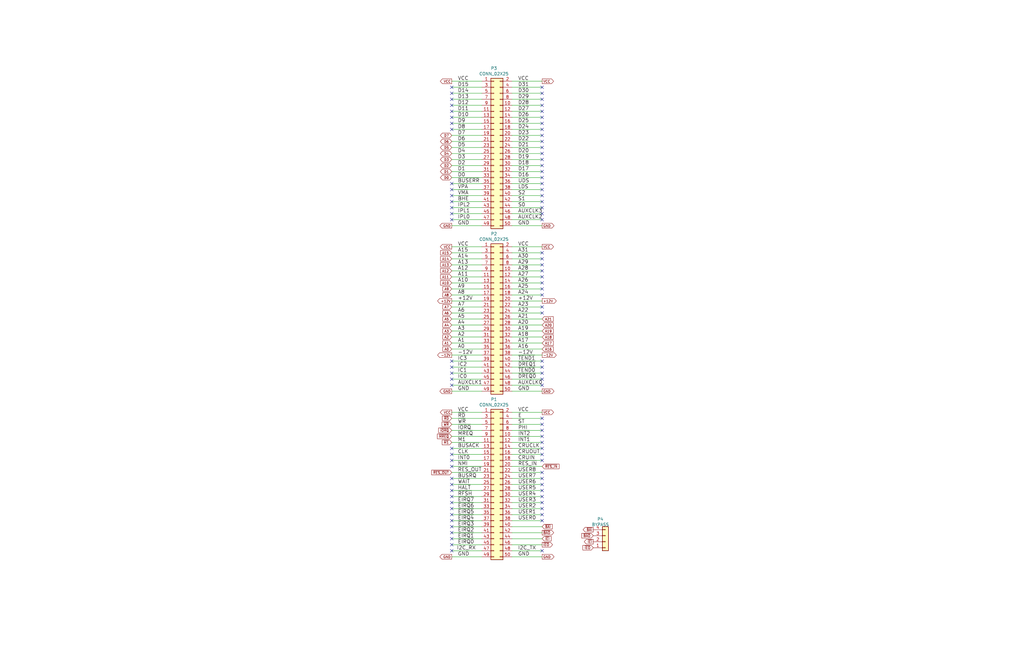
<source format=kicad_sch>
(kicad_sch (version 20211123) (generator eeschema)
  (paper "B")
  (lib_symbols
    (symbol "Connector_Generic:Conn_01x04" (pin_names (offset 1.016) hide)
      (property "Reference" "J" (at 0 5.08 0))
      (property "Value" "Conn_01x04" (at 0 -7.62 0))
      (symbol "Conn_01x04_1_1"
        (rectangle (start -1.27 -4.953) (end 0 -5.207) (stroke (width 0.1524)))
        (rectangle (start -1.27 -2.413) (end 0 -2.667) (stroke (width 0.1524)))
        (rectangle (start -1.27 0.127) (end 0 -0.127) (stroke (width 0.1524)))
        (rectangle (start -1.27 2.667) (end 0 2.413) (stroke (width 0.1524)))
        (rectangle (start -1.27 3.81) (end 1.27 -6.35) (stroke (width 0.254)) (fill (type background)))
        (pin passive line (at -5.08 2.54 0) (length 3.81) (name "Pin_1") (number "1"))
        (pin passive line (at -5.08 0 0) (length 3.81) (name "Pin_2") (number "2"))
        (pin passive line (at -5.08 -2.54 0) (length 3.81) (name "Pin_3") (number "3"))
        (pin passive line (at -5.08 -5.08 0) (length 3.81) (name "Pin_4") (number "4"))
      )
    )
    (symbol "Connector_Generic:Conn_02x25_Odd_Even" (pin_names (offset 1.016) hide)
      (property "Reference" "J" (at 1.27 33.02 0))
      (property "Value" "Conn_02x25_Odd_Even" (at 1.27 -33.02 0))
      (symbol "Conn_02x25_Odd_Even_1_1"
        (rectangle (start -1.27 -30.353) (end 0 -30.607) (stroke (width 0.1524)))
        (rectangle (start -1.27 -27.813) (end 0 -28.067) (stroke (width 0.1524)))
        (rectangle (start -1.27 -25.273) (end 0 -25.527) (stroke (width 0.1524)))
        (rectangle (start -1.27 -22.733) (end 0 -22.987) (stroke (width 0.1524)))
        (rectangle (start -1.27 -20.193) (end 0 -20.447) (stroke (width 0.1524)))
        (rectangle (start -1.27 -17.653) (end 0 -17.907) (stroke (width 0.1524)))
        (rectangle (start -1.27 -15.113) (end 0 -15.367) (stroke (width 0.1524)))
        (rectangle (start -1.27 -12.573) (end 0 -12.827) (stroke (width 0.1524)))
        (rectangle (start -1.27 -10.033) (end 0 -10.287) (stroke (width 0.1524)))
        (rectangle (start -1.27 -7.493) (end 0 -7.747) (stroke (width 0.1524)))
        (rectangle (start -1.27 -4.953) (end 0 -5.207) (stroke (width 0.1524)))
        (rectangle (start -1.27 -2.413) (end 0 -2.667) (stroke (width 0.1524)))
        (rectangle (start -1.27 0.127) (end 0 -0.127) (stroke (width 0.1524)))
        (rectangle (start -1.27 2.667) (end 0 2.413) (stroke (width 0.1524)))
        (rectangle (start -1.27 5.207) (end 0 4.953) (stroke (width 0.1524)))
        (rectangle (start -1.27 7.747) (end 0 7.493) (stroke (width 0.1524)))
        (rectangle (start -1.27 10.287) (end 0 10.033) (stroke (width 0.1524)))
        (rectangle (start -1.27 12.827) (end 0 12.573) (stroke (width 0.1524)))
        (rectangle (start -1.27 15.367) (end 0 15.113) (stroke (width 0.1524)))
        (rectangle (start -1.27 17.907) (end 0 17.653) (stroke (width 0.1524)))
        (rectangle (start -1.27 20.447) (end 0 20.193) (stroke (width 0.1524)))
        (rectangle (start -1.27 22.987) (end 0 22.733) (stroke (width 0.1524)))
        (rectangle (start -1.27 25.527) (end 0 25.273) (stroke (width 0.1524)))
        (rectangle (start -1.27 28.067) (end 0 27.813) (stroke (width 0.1524)))
        (rectangle (start -1.27 30.607) (end 0 30.353) (stroke (width 0.1524)))
        (rectangle (start -1.27 31.75) (end 3.81 -31.75) (stroke (width 0.254)) (fill (type background)))
        (rectangle (start 3.81 -30.353) (end 2.54 -30.607) (stroke (width 0.1524)))
        (rectangle (start 3.81 -27.813) (end 2.54 -28.067) (stroke (width 0.1524)))
        (rectangle (start 3.81 -25.273) (end 2.54 -25.527) (stroke (width 0.1524)))
        (rectangle (start 3.81 -22.733) (end 2.54 -22.987) (stroke (width 0.1524)))
        (rectangle (start 3.81 -20.193) (end 2.54 -20.447) (stroke (width 0.1524)))
        (rectangle (start 3.81 -17.653) (end 2.54 -17.907) (stroke (width 0.1524)))
        (rectangle (start 3.81 -15.113) (end 2.54 -15.367) (stroke (width 0.1524)))
        (rectangle (start 3.81 -12.573) (end 2.54 -12.827) (stroke (width 0.1524)))
        (rectangle (start 3.81 -10.033) (end 2.54 -10.287) (stroke (width 0.1524)))
        (rectangle (start 3.81 -7.493) (end 2.54 -7.747) (stroke (width 0.1524)))
        (rectangle (start 3.81 -4.953) (end 2.54 -5.207) (stroke (width 0.1524)))
        (rectangle (start 3.81 -2.413) (end 2.54 -2.667) (stroke (width 0.1524)))
        (rectangle (start 3.81 0.127) (end 2.54 -0.127) (stroke (width 0.1524)))
        (rectangle (start 3.81 2.667) (end 2.54 2.413) (stroke (width 0.1524)))
        (rectangle (start 3.81 5.207) (end 2.54 4.953) (stroke (width 0.1524)))
        (rectangle (start 3.81 7.747) (end 2.54 7.493) (stroke (width 0.1524)))
        (rectangle (start 3.81 10.287) (end 2.54 10.033) (stroke (width 0.1524)))
        (rectangle (start 3.81 12.827) (end 2.54 12.573) (stroke (width 0.1524)))
        (rectangle (start 3.81 15.367) (end 2.54 15.113) (stroke (width 0.1524)))
        (rectangle (start 3.81 17.907) (end 2.54 17.653) (stroke (width 0.1524)))
        (rectangle (start 3.81 20.447) (end 2.54 20.193) (stroke (width 0.1524)))
        (rectangle (start 3.81 22.987) (end 2.54 22.733) (stroke (width 0.1524)))
        (rectangle (start 3.81 25.527) (end 2.54 25.273) (stroke (width 0.1524)))
        (rectangle (start 3.81 28.067) (end 2.54 27.813) (stroke (width 0.1524)))
        (rectangle (start 3.81 30.607) (end 2.54 30.353) (stroke (width 0.1524)))
        (pin passive line (at -5.08 30.48 0) (length 3.81) (name "Pin_1") (number "1"))
        (pin passive line (at 7.62 20.32 180) (length 3.81) (name "Pin_10") (number "10"))
        (pin passive line (at -5.08 17.78 0) (length 3.81) (name "Pin_11") (number "11"))
        (pin passive line (at 7.62 17.78 180) (length 3.81) (name "Pin_12") (number "12"))
        (pin passive line (at -5.08 15.24 0) (length 3.81) (name "Pin_13") (number "13"))
        (pin passive line (at 7.62 15.24 180) (length 3.81) (name "Pin_14") (number "14"))
        (pin passive line (at -5.08 12.7 0) (length 3.81) (name "Pin_15") (number "15"))
        (pin passive line (at 7.62 12.7 180) (length 3.81) (name "Pin_16") (number "16"))
        (pin passive line (at -5.08 10.16 0) (length 3.81) (name "Pin_17") (number "17"))
        (pin passive line (at 7.62 10.16 180) (length 3.81) (name "Pin_18") (number "18"))
        (pin passive line (at -5.08 7.62 0) (length 3.81) (name "Pin_19") (number "19"))
        (pin passive line (at 7.62 30.48 180) (length 3.81) (name "Pin_2") (number "2"))
        (pin passive line (at 7.62 7.62 180) (length 3.81) (name "Pin_20") (number "20"))
        (pin passive line (at -5.08 5.08 0) (length 3.81) (name "Pin_21") (number "21"))
        (pin passive line (at 7.62 5.08 180) (length 3.81) (name "Pin_22") (number "22"))
        (pin passive line (at -5.08 2.54 0) (length 3.81) (name "Pin_23") (number "23"))
        (pin passive line (at 7.62 2.54 180) (length 3.81) (name "Pin_24") (number "24"))
        (pin passive line (at -5.08 0 0) (length 3.81) (name "Pin_25") (number "25"))
        (pin passive line (at 7.62 0 180) (length 3.81) (name "Pin_26") (number "26"))
        (pin passive line (at -5.08 -2.54 0) (length 3.81) (name "Pin_27") (number "27"))
        (pin passive line (at 7.62 -2.54 180) (length 3.81) (name "Pin_28") (number "28"))
        (pin passive line (at -5.08 -5.08 0) (length 3.81) (name "Pin_29") (number "29"))
        (pin passive line (at -5.08 27.94 0) (length 3.81) (name "Pin_3") (number "3"))
        (pin passive line (at 7.62 -5.08 180) (length 3.81) (name "Pin_30") (number "30"))
        (pin passive line (at -5.08 -7.62 0) (length 3.81) (name "Pin_31") (number "31"))
        (pin passive line (at 7.62 -7.62 180) (length 3.81) (name "Pin_32") (number "32"))
        (pin passive line (at -5.08 -10.16 0) (length 3.81) (name "Pin_33") (number "33"))
        (pin passive line (at 7.62 -10.16 180) (length 3.81) (name "Pin_34") (number "34"))
        (pin passive line (at -5.08 -12.7 0) (length 3.81) (name "Pin_35") (number "35"))
        (pin passive line (at 7.62 -12.7 180) (length 3.81) (name "Pin_36") (number "36"))
        (pin passive line (at -5.08 -15.24 0) (length 3.81) (name "Pin_37") (number "37"))
        (pin passive line (at 7.62 -15.24 180) (length 3.81) (name "Pin_38") (number "38"))
        (pin passive line (at -5.08 -17.78 0) (length 3.81) (name "Pin_39") (number "39"))
        (pin passive line (at 7.62 27.94 180) (length 3.81) (name "Pin_4") (number "4"))
        (pin passive line (at 7.62 -17.78 180) (length 3.81) (name "Pin_40") (number "40"))
        (pin passive line (at -5.08 -20.32 0) (length 3.81) (name "Pin_41") (number "41"))
        (pin passive line (at 7.62 -20.32 180) (length 3.81) (name "Pin_42") (number "42"))
        (pin passive line (at -5.08 -22.86 0) (length 3.81) (name "Pin_43") (number "43"))
        (pin passive line (at 7.62 -22.86 180) (length 3.81) (name "Pin_44") (number "44"))
        (pin passive line (at -5.08 -25.4 0) (length 3.81) (name "Pin_45") (number "45"))
        (pin passive line (at 7.62 -25.4 180) (length 3.81) (name "Pin_46") (number "46"))
        (pin passive line (at -5.08 -27.94 0) (length 3.81) (name "Pin_47") (number "47"))
        (pin passive line (at 7.62 -27.94 180) (length 3.81) (name "Pin_48") (number "48"))
        (pin passive line (at -5.08 -30.48 0) (length 3.81) (name "Pin_49") (number "49"))
        (pin passive line (at -5.08 25.4 0) (length 3.81) (name "Pin_5") (number "5"))
        (pin passive line (at 7.62 -30.48 180) (length 3.81) (name "Pin_50") (number "50"))
        (pin passive line (at 7.62 25.4 180) (length 3.81) (name "Pin_6") (number "6"))
        (pin passive line (at -5.08 22.86 0) (length 3.81) (name "Pin_7") (number "7"))
        (pin passive line (at 7.62 22.86 180) (length 3.81) (name "Pin_8") (number "8"))
        (pin passive line (at -5.08 20.32 0) (length 3.81) (name "Pin_9") (number "9"))
      )
    )
  )
  (no_connect (at 190.5 204.47))
  (no_connect (at 228.6 179.07))
  (no_connect (at 190.5 191.77))
  (no_connect (at 190.5 157.48))
  (no_connect (at 190.5 54.61))
  (no_connect (at 190.5 209.55))
  (no_connect (at 228.6 119.38))
  (no_connect (at 190.5 90.17))
  (no_connect (at 190.5 46.99))
  (no_connect (at 190.5 77.47))
  (no_connect (at 190.5 219.71))
  (no_connect (at 190.5 49.53))
  (no_connect (at 228.6 124.46))
  (no_connect (at 228.6 219.71))
  (no_connect (at 228.6 176.53))
  (no_connect (at 190.5 39.37))
  (no_connect (at 190.5 92.71))
  (no_connect (at 228.6 116.84))
  (no_connect (at 228.6 62.23))
  (no_connect (at 228.6 201.93))
  (no_connect (at 190.5 217.17))
  (no_connect (at 190.5 82.55))
  (no_connect (at 228.6 64.77))
  (no_connect (at 228.6 154.94))
  (no_connect (at 228.6 74.93))
  (no_connect (at 228.6 111.76))
  (no_connect (at 190.5 227.33))
  (no_connect (at 228.6 54.61))
  (no_connect (at 190.5 214.63))
  (no_connect (at 228.6 129.54))
  (no_connect (at 228.6 106.68))
  (no_connect (at 228.6 207.01))
  (no_connect (at 190.5 36.83))
  (no_connect (at 228.6 217.17))
  (no_connect (at 190.5 85.09))
  (no_connect (at 190.5 207.01))
  (no_connect (at 228.6 209.55))
  (no_connect (at 228.6 232.41))
  (no_connect (at 228.6 80.01))
  (no_connect (at 228.6 157.48))
  (no_connect (at 228.6 92.71))
  (no_connect (at 190.5 80.01))
  (no_connect (at 228.6 194.31))
  (no_connect (at 228.6 121.92))
  (no_connect (at 228.6 181.61))
  (no_connect (at 190.5 232.41))
  (no_connect (at 190.5 52.07))
  (no_connect (at 190.5 201.93))
  (no_connect (at 228.6 212.09))
  (no_connect (at 228.6 82.55))
  (no_connect (at 228.6 72.39))
  (no_connect (at 190.5 41.91))
  (no_connect (at 228.6 46.99))
  (no_connect (at 228.6 36.83))
  (no_connect (at 190.5 160.02))
  (no_connect (at 228.6 204.47))
  (no_connect (at 228.6 214.63))
  (no_connect (at 228.6 59.69))
  (no_connect (at 190.5 189.23))
  (no_connect (at 228.6 132.08))
  (no_connect (at 228.6 57.15))
  (no_connect (at 228.6 191.77))
  (no_connect (at 190.5 194.31))
  (no_connect (at 228.6 52.07))
  (no_connect (at 228.6 109.22))
  (no_connect (at 228.6 39.37))
  (no_connect (at 190.5 212.09))
  (no_connect (at 228.6 114.3))
  (no_connect (at 228.6 49.53))
  (no_connect (at 228.6 184.15))
  (no_connect (at 190.5 229.87))
  (no_connect (at 228.6 44.45))
  (no_connect (at 228.6 85.09))
  (no_connect (at 228.6 77.47))
  (no_connect (at 228.6 90.17))
  (no_connect (at 228.6 69.85))
  (no_connect (at 190.5 87.63))
  (no_connect (at 228.6 152.4))
  (no_connect (at 190.5 154.94))
  (no_connect (at 228.6 162.56))
  (no_connect (at 228.6 87.63))
  (no_connect (at 190.5 222.25))
  (no_connect (at 190.5 44.45))
  (no_connect (at 190.5 162.56))
  (no_connect (at 190.5 152.4))
  (no_connect (at 228.6 199.39))
  (no_connect (at 228.6 186.69))
  (no_connect (at 228.6 67.31))
  (no_connect (at 228.6 41.91))
  (no_connect (at 228.6 160.02))
  (no_connect (at 190.5 224.79))
  (no_connect (at 190.5 196.85))
  (no_connect (at 228.6 189.23))
  (wire (pts (xy 190.5 207.01) (xy 203.2 207.01)))
  (wire (pts (xy 190.5 181.61) (xy 203.2 181.61)))
  (wire (pts (xy 203.2 154.94) (xy 190.5 154.94)))
  (wire (pts (xy 215.9 64.77) (xy 228.6 64.77)))
  (wire (pts (xy 190.5 217.17) (xy 203.2 217.17)))
  (wire (pts (xy 215.9 72.39) (xy 228.6 72.39)))
  (wire (pts (xy 190.5 194.31) (xy 203.2 194.31)))
  (wire (pts (xy 215.9 77.47) (xy 228.6 77.47)))
  (wire (pts (xy 228.6 184.15) (xy 215.9 184.15)))
  (wire (pts (xy 190.5 69.85) (xy 203.2 69.85)))
  (wire (pts (xy 215.9 44.45) (xy 228.6 44.45)))
  (wire (pts (xy 190.5 46.99) (xy 203.2 46.99)))
  (wire (pts (xy 190.5 39.37) (xy 203.2 39.37)))
  (wire (pts (xy 215.9 104.14) (xy 228.6 104.14)))
  (wire (pts (xy 215.9 62.23) (xy 228.6 62.23)))
  (wire (pts (xy 190.5 121.92) (xy 203.2 121.92)))
  (wire (pts (xy 190.5 191.77) (xy 203.2 191.77)))
  (wire (pts (xy 228.6 229.87) (xy 215.9 229.87)))
  (wire (pts (xy 215.9 74.93) (xy 228.6 74.93)))
  (wire (pts (xy 215.9 111.76) (xy 228.6 111.76)))
  (wire (pts (xy 190.5 142.24) (xy 203.2 142.24)))
  (wire (pts (xy 190.5 36.83) (xy 203.2 36.83)))
  (wire (pts (xy 215.9 127) (xy 228.6 127)))
  (wire (pts (xy 190.5 109.22) (xy 203.2 109.22)))
  (wire (pts (xy 203.2 232.41) (xy 190.5 232.41)))
  (wire (pts (xy 203.2 92.71) (xy 190.5 92.71)))
  (wire (pts (xy 215.9 199.39) (xy 228.6 199.39)))
  (wire (pts (xy 215.9 80.01) (xy 228.6 80.01)))
  (wire (pts (xy 215.9 134.62) (xy 228.6 134.62)))
  (wire (pts (xy 190.5 144.78) (xy 203.2 144.78)))
  (wire (pts (xy 215.9 46.99) (xy 228.6 46.99)))
  (wire (pts (xy 215.9 196.85) (xy 228.6 196.85)))
  (wire (pts (xy 190.5 214.63) (xy 203.2 214.63)))
  (wire (pts (xy 190.5 234.95) (xy 203.2 234.95)))
  (wire (pts (xy 215.9 137.16) (xy 228.6 137.16)))
  (wire (pts (xy 190.5 106.68) (xy 203.2 106.68)))
  (wire (pts (xy 190.5 134.62) (xy 203.2 134.62)))
  (wire (pts (xy 215.9 119.38) (xy 228.6 119.38)))
  (wire (pts (xy 190.5 132.08) (xy 203.2 132.08)))
  (wire (pts (xy 190.5 54.61) (xy 203.2 54.61)))
  (wire (pts (xy 215.9 41.91) (xy 228.6 41.91)))
  (wire (pts (xy 203.2 160.02) (xy 190.5 160.02)))
  (wire (pts (xy 190.5 186.69) (xy 203.2 186.69)))
  (wire (pts (xy 215.9 173.99) (xy 228.6 173.99)))
  (wire (pts (xy 190.5 196.85) (xy 203.2 196.85)))
  (wire (pts (xy 228.6 176.53) (xy 215.9 176.53)))
  (wire (pts (xy 190.5 219.71) (xy 203.2 219.71)))
  (wire (pts (xy 190.5 34.29) (xy 203.2 34.29)))
  (wire (pts (xy 215.9 160.02) (xy 228.6 160.02)))
  (wire (pts (xy 215.9 121.92) (xy 228.6 121.92)))
  (wire (pts (xy 215.9 165.1) (xy 228.6 165.1)))
  (wire (pts (xy 215.9 142.24) (xy 228.6 142.24)))
  (wire (pts (xy 190.5 104.14) (xy 203.2 104.14)))
  (wire (pts (xy 228.6 181.61) (xy 215.9 181.61)))
  (wire (pts (xy 190.5 67.31) (xy 203.2 67.31)))
  (wire (pts (xy 215.9 139.7) (xy 228.6 139.7)))
  (wire (pts (xy 190.5 52.07) (xy 203.2 52.07)))
  (wire (pts (xy 203.2 80.01) (xy 190.5 80.01)))
  (wire (pts (xy 203.2 82.55) (xy 190.5 82.55)))
  (wire (pts (xy 190.5 149.86) (xy 203.2 149.86)))
  (wire (pts (xy 190.5 124.46) (xy 203.2 124.46)))
  (wire (pts (xy 203.2 85.09) (xy 190.5 85.09)))
  (wire (pts (xy 190.5 147.32) (xy 203.2 147.32)))
  (wire (pts (xy 215.9 59.69) (xy 228.6 59.69)))
  (wire (pts (xy 190.5 173.99) (xy 203.2 173.99)))
  (wire (pts (xy 190.5 72.39) (xy 203.2 72.39)))
  (wire (pts (xy 215.9 82.55) (xy 228.6 82.55)))
  (wire (pts (xy 203.2 87.63) (xy 190.5 87.63)))
  (wire (pts (xy 215.9 234.95) (xy 228.6 234.95)))
  (wire (pts (xy 190.5 62.23) (xy 203.2 62.23)))
  (wire (pts (xy 190.5 74.93) (xy 203.2 74.93)))
  (wire (pts (xy 190.5 229.87) (xy 203.2 229.87)))
  (wire (pts (xy 215.9 57.15) (xy 228.6 57.15)))
  (wire (pts (xy 215.9 194.31) (xy 228.6 194.31)))
  (wire (pts (xy 215.9 109.22) (xy 228.6 109.22)))
  (wire (pts (xy 228.6 90.17) (xy 215.9 90.17)))
  (wire (pts (xy 190.5 204.47) (xy 203.2 204.47)))
  (wire (pts (xy 215.9 209.55) (xy 228.6 209.55)))
  (wire (pts (xy 190.5 139.7) (xy 203.2 139.7)))
  (wire (pts (xy 190.5 64.77) (xy 203.2 64.77)))
  (wire (pts (xy 215.9 154.94) (xy 228.6 154.94)))
  (wire (pts (xy 190.5 41.91) (xy 203.2 41.91)))
  (wire (pts (xy 215.9 162.56) (xy 228.6 162.56)))
  (wire (pts (xy 215.9 52.07) (xy 228.6 52.07)))
  (wire (pts (xy 190.5 95.25) (xy 203.2 95.25)))
  (wire (pts (xy 215.9 39.37) (xy 228.6 39.37)))
  (wire (pts (xy 215.9 114.3) (xy 228.6 114.3)))
  (wire (pts (xy 215.9 157.48) (xy 228.6 157.48)))
  (wire (pts (xy 228.6 179.07) (xy 215.9 179.07)))
  (wire (pts (xy 215.9 214.63) (xy 228.6 214.63)))
  (wire (pts (xy 190.5 137.16) (xy 203.2 137.16)))
  (wire (pts (xy 215.9 85.09) (xy 228.6 85.09)))
  (wire (pts (xy 190.5 227.33) (xy 203.2 227.33)))
  (wire (pts (xy 215.9 207.01) (xy 228.6 207.01)))
  (wire (pts (xy 215.9 147.32) (xy 228.6 147.32)))
  (wire (pts (xy 215.9 67.31) (xy 228.6 67.31)))
  (wire (pts (xy 190.5 116.84) (xy 203.2 116.84)))
  (wire (pts (xy 190.5 57.15) (xy 203.2 57.15)))
  (wire (pts (xy 215.9 95.25) (xy 228.6 95.25)))
  (wire (pts (xy 215.9 34.29) (xy 228.6 34.29)))
  (wire (pts (xy 228.6 227.33) (xy 215.9 227.33)))
  (wire (pts (xy 228.6 224.79) (xy 215.9 224.79)))
  (wire (pts (xy 215.9 152.4) (xy 228.6 152.4)))
  (wire (pts (xy 190.5 114.3) (xy 203.2 114.3)))
  (wire (pts (xy 190.5 176.53) (xy 203.2 176.53)))
  (wire (pts (xy 190.5 111.76) (xy 203.2 111.76)))
  (wire (pts (xy 190.5 119.38) (xy 203.2 119.38)))
  (wire (pts (xy 190.5 201.93) (xy 203.2 201.93)))
  (wire (pts (xy 215.9 129.54) (xy 228.6 129.54)))
  (wire (pts (xy 190.5 59.69) (xy 203.2 59.69)))
  (wire (pts (xy 190.5 165.1) (xy 203.2 165.1)))
  (wire (pts (xy 215.9 49.53) (xy 228.6 49.53)))
  (wire (pts (xy 203.2 90.17) (xy 190.5 90.17)))
  (wire (pts (xy 215.9 191.77) (xy 228.6 191.77)))
  (wire (pts (xy 190.5 189.23) (xy 203.2 189.23)))
  (wire (pts (xy 190.5 224.79) (xy 203.2 224.79)))
  (wire (pts (xy 190.5 212.09) (xy 203.2 212.09)))
  (wire (pts (xy 190.5 129.54) (xy 203.2 129.54)))
  (wire (pts (xy 215.9 124.46) (xy 228.6 124.46)))
  (wire (pts (xy 203.2 77.47) (xy 190.5 77.47)))
  (wire (pts (xy 190.5 179.07) (xy 203.2 179.07)))
  (wire (pts (xy 190.5 127) (xy 203.2 127)))
  (wire (pts (xy 215.9 69.85) (xy 228.6 69.85)))
  (wire (pts (xy 203.2 157.48) (xy 190.5 157.48)))
  (wire (pts (xy 190.5 199.39) (xy 203.2 199.39)))
  (wire (pts (xy 215.9 204.47) (xy 228.6 204.47)))
  (wire (pts (xy 215.9 92.71) (xy 228.6 92.71)))
  (wire (pts (xy 228.6 189.23) (xy 215.9 189.23)))
  (wire (pts (xy 215.9 87.63) (xy 228.6 87.63)))
  (wire (pts (xy 190.5 209.55) (xy 203.2 209.55)))
  (wire (pts (xy 228.6 186.69) (xy 215.9 186.69)))
  (wire (pts (xy 215.9 201.93) (xy 228.6 201.93)))
  (wire (pts (xy 215.9 54.61) (xy 228.6 54.61)))
  (wire (pts (xy 215.9 149.86) (xy 228.6 149.86)))
  (wire (pts (xy 203.2 152.4) (xy 190.5 152.4)))
  (wire (pts (xy 228.6 232.41) (xy 215.9 232.41)))
  (wire (pts (xy 215.9 36.83) (xy 228.6 36.83)))
  (wire (pts (xy 215.9 116.84) (xy 228.6 116.84)))
  (wire (pts (xy 215.9 144.78) (xy 228.6 144.78)))
  (wire (pts (xy 190.5 184.15) (xy 203.2 184.15)))
  (wire (pts (xy 215.9 217.17) (xy 228.6 217.17)))
  (wire (pts (xy 215.9 219.71) (xy 228.6 219.71)))
  (wire (pts (xy 215.9 132.08) (xy 228.6 132.08)))
  (wire (pts (xy 215.9 212.09) (xy 228.6 212.09)))
  (wire (pts (xy 190.5 162.56) (xy 203.2 162.56)))
  (wire (pts (xy 228.6 222.25) (xy 215.9 222.25)))
  (wire (pts (xy 190.5 44.45) (xy 203.2 44.45)))
  (wire (pts (xy 190.5 222.25) (xy 203.2 222.25)))
  (wire (pts (xy 215.9 106.68) (xy 228.6 106.68)))
  (wire (pts (xy 190.5 49.53) (xy 203.2 49.53)))
  (label "IC0" (at 193.04 160.02 0) (effects (font (size 1.524 1.524))))
  (label "~{INT2}" (at 218.44 184.15 0) (effects (font (size 1.524 1.524))))
  (label "D10" (at 193.04 49.53 0) (effects (font (size 1.524 1.524))))
  (label "USER2" (at 218.44 214.63 0) (effects (font (size 1.524 1.524))))
  (label "D11" (at 193.04 46.99 0) (effects (font (size 1.524 1.524))))
  (label "D18" (at 218.44 69.85 0) (effects (font (size 1.524 1.524))))
  (label "~{VPA}" (at 193.04 80.01 0) (effects (font (size 1.524 1.524))))
  (label "D0" (at 193.04 74.93 0) (effects (font (size 1.524 1.524))))
  (label "~{VMA}" (at 193.04 82.55 0) (effects (font (size 1.524 1.524))))
  (label "A6" (at 193.04 132.08 0) (effects (font (size 1.524 1.524))))
  (label "~{RD}" (at 193.04 176.53 0) (effects (font (size 1.524 1.524))))
  (label "-12V" (at 218.44 149.86 0) (effects (font (size 1.524 1.524))))
  (label "A31" (at 218.44 106.68 0) (effects (font (size 1.524 1.524))))
  (label "IPL0" (at 193.04 92.71 0) (effects (font (size 1.524 1.524))))
  (label "I2C_TX" (at 226.06 232.41 180) (effects (font (size 1.524 1.524))))
  (label "A9" (at 193.04 121.92 0) (effects (font (size 1.524 1.524))))
  (label "A24" (at 218.44 124.46 0) (effects (font (size 1.524 1.524))))
  (label "USER4" (at 218.44 209.55 0) (effects (font (size 1.524 1.524))))
  (label "~{NMI}" (at 193.04 196.85 0) (effects (font (size 1.524 1.524))))
  (label "A4" (at 193.04 137.16 0) (effects (font (size 1.524 1.524))))
  (label "A23" (at 218.44 129.54 0) (effects (font (size 1.524 1.524))))
  (label "A10" (at 193.04 119.38 0) (effects (font (size 1.524 1.524))))
  (label "A28" (at 218.44 114.3 0) (effects (font (size 1.524 1.524))))
  (label "CRUIN" (at 218.44 194.31 0) (effects (font (size 1.524 1.524))))
  (label "D9" (at 193.04 52.07 0) (effects (font (size 1.524 1.524))))
  (label "A2" (at 193.04 142.24 0) (effects (font (size 1.524 1.524))))
  (label "~{HALT}" (at 193.04 207.01 0) (effects (font (size 1.524 1.524))))
  (label "USER1" (at 218.44 217.17 0) (effects (font (size 1.524 1.524))))
  (label "I2C_RX" (at 200.66 232.41 180) (effects (font (size 1.524 1.524))))
  (label "D20" (at 218.44 64.77 0) (effects (font (size 1.524 1.524))))
  (label "GND" (at 218.44 234.95 0) (effects (font (size 1.524 1.524))))
  (label "E" (at 218.44 176.53 0) (effects (font (size 1.524 1.524))))
  (label "CRUOUT" (at 218.44 191.77 0) (effects (font (size 1.524 1.524))))
  (label "A8" (at 193.04 124.46 0) (effects (font (size 1.524 1.524))))
  (label "A13" (at 193.04 111.76 0) (effects (font (size 1.524 1.524))))
  (label "A17" (at 218.44 144.78 0) (effects (font (size 1.524 1.524))))
  (label "D1" (at 193.04 72.39 0) (effects (font (size 1.524 1.524))))
  (label "A5" (at 193.04 134.62 0) (effects (font (size 1.524 1.524))))
  (label "IPL2" (at 193.04 87.63 0) (effects (font (size 1.524 1.524))))
  (label "~{EIRQ1}" (at 193.04 227.33 0) (effects (font (size 1.524 1.524))))
  (label "A15" (at 193.04 106.68 0) (effects (font (size 1.524 1.524))))
  (label "D16" (at 218.44 74.93 0) (effects (font (size 1.524 1.524))))
  (label "~{EIRQ7}" (at 193.04 212.09 0) (effects (font (size 1.524 1.524))))
  (label "~{TEND0}" (at 218.44 157.48 0) (effects (font (size 1.524 1.524))))
  (label "GND" (at 193.04 234.95 0) (effects (font (size 1.524 1.524))))
  (label "CLK" (at 193.04 191.77 0) (effects (font (size 1.524 1.524))))
  (label "D23" (at 218.44 57.15 0) (effects (font (size 1.524 1.524))))
  (label "~{INT1}" (at 218.44 186.69 0) (effects (font (size 1.524 1.524))))
  (label "USER3" (at 218.44 212.09 0) (effects (font (size 1.524 1.524))))
  (label "VCC" (at 193.04 104.14 0) (effects (font (size 1.524 1.524))))
  (label "USER5" (at 218.44 207.01 0) (effects (font (size 1.524 1.524))))
  (label "UDS" (at 218.44 77.47 0) (effects (font (size 1.524 1.524))))
  (label "VCC" (at 193.04 34.29 0) (effects (font (size 1.524 1.524))))
  (label "VCC" (at 218.44 34.29 0) (effects (font (size 1.524 1.524))))
  (label "D12" (at 193.04 44.45 0) (effects (font (size 1.524 1.524))))
  (label "~{BUSERR}" (at 193.04 77.47 0) (effects (font (size 1.524 1.524))))
  (label "D13" (at 193.04 41.91 0) (effects (font (size 1.524 1.524))))
  (label "~{EIRQ5}" (at 193.04 217.17 0) (effects (font (size 1.524 1.524))))
  (label "USER0" (at 218.44 219.71 0) (effects (font (size 1.524 1.524))))
  (label "D28" (at 218.44 44.45 0) (effects (font (size 1.524 1.524))))
  (label "USER6" (at 218.44 204.47 0) (effects (font (size 1.524 1.524))))
  (label "D22" (at 218.44 59.69 0) (effects (font (size 1.524 1.524))))
  (label "A29" (at 218.44 111.76 0) (effects (font (size 1.524 1.524))))
  (label "D27" (at 218.44 46.99 0) (effects (font (size 1.524 1.524))))
  (label "A12" (at 193.04 114.3 0) (effects (font (size 1.524 1.524))))
  (label "D4" (at 193.04 64.77 0) (effects (font (size 1.524 1.524))))
  (label "~{RES_OUT}" (at 193.04 199.39 0) (effects (font (size 1.524 1.524))))
  (label "~{WAIT}" (at 193.04 204.47 0) (effects (font (size 1.524 1.524))))
  (label "GND" (at 193.04 95.25 0) (effects (font (size 1.524 1.524))))
  (label "D17" (at 218.44 72.39 0) (effects (font (size 1.524 1.524))))
  (label "A27" (at 218.44 116.84 0) (effects (font (size 1.524 1.524))))
  (label "IC2" (at 193.04 154.94 0) (effects (font (size 1.524 1.524))))
  (label "A22" (at 218.44 132.08 0) (effects (font (size 1.524 1.524))))
  (label "~{IORQ}" (at 193.04 181.61 0) (effects (font (size 1.524 1.524))))
  (label "D26" (at 218.44 49.53 0) (effects (font (size 1.524 1.524))))
  (label "A0" (at 193.04 147.32 0) (effects (font (size 1.524 1.524))))
  (label "GND" (at 218.44 165.1 0) (effects (font (size 1.524 1.524))))
  (label "D5" (at 193.04 62.23 0) (effects (font (size 1.524 1.524))))
  (label "A14" (at 193.04 109.22 0) (effects (font (size 1.524 1.524))))
  (label "PHI" (at 218.44 181.61 0) (effects (font (size 1.524 1.524))))
  (label "D3" (at 193.04 67.31 0) (effects (font (size 1.524 1.524))))
  (label "IC1" (at 193.04 157.48 0) (effects (font (size 1.524 1.524))))
  (label "USER7" (at 218.44 201.93 0) (effects (font (size 1.524 1.524))))
  (label "D2" (at 193.04 69.85 0) (effects (font (size 1.524 1.524))))
  (label "A30" (at 218.44 109.22 0) (effects (font (size 1.524 1.524))))
  (label "~{INT0}" (at 193.04 194.31 0) (effects (font (size 1.524 1.524))))
  (label "D24" (at 218.44 54.61 0) (effects (font (size 1.524 1.524))))
  (label "~{BUSACK}" (at 193.04 189.23 0) (effects (font (size 1.524 1.524))))
  (label "AUXCLK1" (at 193.04 162.56 0) (effects (font (size 1.524 1.524))))
  (label "~{DREQ0}" (at 218.44 160.02 0) (effects (font (size 1.524 1.524))))
  (label "~{EIRQ0}" (at 193.04 229.87 0) (effects (font (size 1.524 1.524))))
  (label "IPL1" (at 193.04 90.17 0) (effects (font (size 1.524 1.524))))
  (label "~{DREQ1}" (at 218.44 154.94 0) (effects (font (size 1.524 1.524))))
  (label "A21" (at 218.44 134.62 0) (effects (font (size 1.524 1.524))))
  (label "~{TEND1}" (at 218.44 152.4 0) (effects (font (size 1.524 1.524))))
  (label "+12V" (at 218.44 127 0) (effects (font (size 1.524 1.524))))
  (label "~{MREQ}" (at 193.04 184.15 0) (effects (font (size 1.524 1.524))))
  (label "D14" (at 193.04 39.37 0) (effects (font (size 1.524 1.524))))
  (label "USER8" (at 218.44 199.39 0) (effects (font (size 1.524 1.524))))
  (label "VCC" (at 193.04 173.99 0) (effects (font (size 1.524 1.524))))
  (label "~{EIRQ4}" (at 193.04 219.71 0) (effects (font (size 1.524 1.524))))
  (label "S0" (at 218.44 87.63 0) (effects (font (size 1.524 1.524))))
  (label "ST" (at 218.44 179.07 0) (effects (font (size 1.524 1.524))))
  (label "D7" (at 193.04 57.15 0) (effects (font (size 1.524 1.524))))
  (label "A26" (at 218.44 119.38 0) (effects (font (size 1.524 1.524))))
  (label "~{M1}" (at 193.04 186.69 0) (effects (font (size 1.524 1.524))))
  (label "D31" (at 218.44 36.83 0) (effects (font (size 1.524 1.524))))
  (label "~{EIRQ6}" (at 193.04 214.63 0) (effects (font (size 1.524 1.524))))
  (label "A7" (at 193.04 129.54 0) (effects (font (size 1.524 1.524))))
  (label "AUXCLK3" (at 218.44 90.17 0) (effects (font (size 1.524 1.524))))
  (label "GND" (at 193.04 165.1 0) (effects (font (size 1.524 1.524))))
  (label "D21" (at 218.44 62.23 0) (effects (font (size 1.524 1.524))))
  (label "A3" (at 193.04 139.7 0) (effects (font (size 1.524 1.524))))
  (label "A1" (at 193.04 144.78 0) (effects (font (size 1.524 1.524))))
  (label "+12V" (at 193.04 127 0) (effects (font (size 1.524 1.524))))
  (label "IC3" (at 193.04 152.4 0) (effects (font (size 1.524 1.524))))
  (label "D6" (at 193.04 59.69 0) (effects (font (size 1.524 1.524))))
  (label "LDS" (at 218.44 80.01 0) (effects (font (size 1.524 1.524))))
  (label "~{WR}" (at 193.04 179.07 0) (effects (font (size 1.524 1.524))))
  (label "A11" (at 193.04 116.84 0) (effects (font (size 1.524 1.524))))
  (label "VCC" (at 218.44 104.14 0) (effects (font (size 1.524 1.524))))
  (label "D19" (at 218.44 67.31 0) (effects (font (size 1.524 1.524))))
  (label "VCC" (at 218.44 173.99 0) (effects (font (size 1.524 1.524))))
  (label "-12V" (at 193.04 149.86 0) (effects (font (size 1.524 1.524))))
  (label "~{BUSRQ}" (at 193.04 201.93 0) (effects (font (size 1.524 1.524))))
  (label "~{BHE}" (at 193.04 85.09 0) (effects (font (size 1.524 1.524))))
  (label "CRUCLK" (at 218.44 189.23 0) (effects (font (size 1.524 1.524))))
  (label "~{RFSH}" (at 193.04 209.55 0) (effects (font (size 1.524 1.524))))
  (label "D29" (at 218.44 41.91 0) (effects (font (size 1.524 1.524))))
  (label "AUXCLK0" (at 218.44 162.56 0) (effects (font (size 1.524 1.524))))
  (label "A25" (at 218.44 121.92 0) (effects (font (size 1.524 1.524))))
  (label "D30" (at 218.44 39.37 0) (effects (font (size 1.524 1.524))))
  (label "~{RES_IN}" (at 218.44 196.85 0) (effects (font (size 1.524 1.524))))
  (label "S2" (at 218.44 82.55 0) (effects (font (size 1.524 1.524))))
  (label "~{EIRQ3}" (at 193.04 222.25 0) (effects (font (size 1.524 1.524))))
  (label "S1" (at 218.44 85.09 0) (effects (font (size 1.524 1.524))))
  (label "~{EIRQ2}" (at 193.04 224.79 0) (effects (font (size 1.524 1.524))))
  (label "A19" (at 218.44 139.7 0) (effects (font (size 1.524 1.524))))
  (label "A20" (at 218.44 137.16 0) (effects (font (size 1.524 1.524))))
  (label "AUXCLK2" (at 218.44 92.71 0) (effects (font (size 1.524 1.524))))
  (label "D8" (at 193.04 54.61 0) (effects (font (size 1.524 1.524))))
  (label "D25" (at 218.44 52.07 0) (effects (font (size 1.524 1.524))))
  (label "A16" (at 218.44 147.32 0) (effects (font (size 1.524 1.524))))
  (label "A18" (at 218.44 142.24 0) (effects (font (size 1.524 1.524))))
  (label "GND" (at 218.44 95.25 0) (effects (font (size 1.524 1.524))))
  (label "D15" (at 193.04 36.83 0) (effects (font (size 1.524 1.524))))
  (global_label "~{BAO}" (shape input) (at 250.19 226.06 180) (effects (font (size 1.016 1.016))) (property "Intersheet References" "${INTERSHEET_REFS}" (effects hide)))
  (global_label "~{WR}" (shape input) (at 190.5 179.07 180) (effects (font (size 1.016 1.016))) (property "Intersheet References" "${INTERSHEET_REFS}" (effects hide)))
  (global_label "A12" (shape input) (at 190.5 114.3 180) (effects (font (size 1.016 1.016))) (property "Intersheet References" "${INTERSHEET_REFS}" (effects hide)))
  (global_label "A2" (shape input) (at 190.5 142.24 180) (effects (font (size 1.016 1.016))) (property "Intersheet References" "${INTERSHEET_REFS}" (effects hide)))
  (global_label "D3" (shape bidirectional) (at 190.5 67.31 180) (effects (font (size 1.016 1.016))) (property "Intersheet References" "${INTERSHEET_REFS}" (effects hide)))
  (global_label "~{IEO}" (shape input) (at 250.19 231.14 180) (effects (font (size 1.016 1.016))) (property "Intersheet References" "${INTERSHEET_REFS}" (effects hide)))
  (global_label "GND" (shape output) (at 190.5 165.1 180) (effects (font (size 1.016 1.016))) (property "Intersheet References" "${INTERSHEET_REFS}" (effects hide)))
  (global_label "~{IORQ}" (shape input) (at 190.5 181.61 180) (effects (font (size 1.016 1.016))) (property "Intersheet References" "${INTERSHEET_REFS}" (effects hide)))
  (global_label "VCC" (shape output) (at 190.5 104.14 180) (effects (font (size 1.016 1.016))) (property "Intersheet References" "${INTERSHEET_REFS}" (effects hide)))
  (global_label "~{BAI}" (shape input) (at 228.6 222.25 0) (effects (font (size 1.016 1.016))) (property "Intersheet References" "${INTERSHEET_REFS}" (effects hide)))
  (global_label "VCC" (shape output) (at 228.6 173.99 0) (effects (font (size 1.016 1.016))) (property "Intersheet References" "${INTERSHEET_REFS}" (effects hide)))
  (global_label "A3" (shape input) (at 190.5 139.7 180) (effects (font (size 1.016 1.016))) (property "Intersheet References" "${INTERSHEET_REFS}" (effects hide)))
  (global_label "-12V" (shape output) (at 190.5 149.86 180) (effects (font (size 1.016 1.016))) (property "Intersheet References" "${INTERSHEET_REFS}" (effects hide)))
  (global_label "A7" (shape input) (at 190.5 129.54 180) (effects (font (size 1.016 1.016))) (property "Intersheet References" "${INTERSHEET_REFS}" (effects hide)))
  (global_label "A17" (shape input) (at 228.6 144.78 0) (effects (font (size 1.016 1.016))) (property "Intersheet References" "${INTERSHEET_REFS}" (effects hide)))
  (global_label "A4" (shape input) (at 190.5 137.16 180) (effects (font (size 1.016 1.016))) (property "Intersheet References" "${INTERSHEET_REFS}" (effects hide)))
  (global_label "A21" (shape input) (at 228.6 134.62 0) (effects (font (size 1.016 1.016))) (property "Intersheet References" "${INTERSHEET_REFS}" (effects hide)))
  (global_label "~{M1}" (shape input) (at 190.5 186.69 180) (effects (font (size 1.016 1.016))) (property "Intersheet References" "${INTERSHEET_REFS}" (effects hide)))
  (global_label "~{MREQ}" (shape input) (at 190.5 184.15 180) (effects (font (size 1.016 1.016))) (property "Intersheet References" "${INTERSHEET_REFS}" (effects hide)))
  (global_label "A5" (shape input) (at 190.5 134.62 180) (effects (font (size 1.016 1.016))) (property "Intersheet References" "${INTERSHEET_REFS}" (effects hide)))
  (global_label "A9" (shape input) (at 190.5 121.92 180) (effects (font (size 1.016 1.016))) (property "Intersheet References" "${INTERSHEET_REFS}" (effects hide)))
  (global_label "A1" (shape input) (at 190.5 144.78 180) (effects (font (size 1.016 1.016))) (property "Intersheet References" "${INTERSHEET_REFS}" (effects hide)))
  (global_label "D6" (shape bidirectional) (at 190.5 59.69 180) (effects (font (size 1.016 1.016))) (property "Intersheet References" "${INTERSHEET_REFS}" (effects hide)))
  (global_label "A10" (shape input) (at 190.5 119.38 180) (effects (font (size 1.016 1.016))) (property "Intersheet References" "${INTERSHEET_REFS}" (effects hide)))
  (global_label "A0" (shape input) (at 190.5 147.32 180) (effects (font (size 1.016 1.016))) (property "Intersheet References" "${INTERSHEET_REFS}" (effects hide)))
  (global_label "VCC" (shape output) (at 228.6 104.14 0) (effects (font (size 1.016 1.016))) (property "Intersheet References" "${INTERSHEET_REFS}" (effects hide)))
  (global_label "~{BAI}" (shape output) (at 250.19 223.52 180) (effects (font (size 1.016 1.016))) (property "Intersheet References" "${INTERSHEET_REFS}" (effects hide)))
  (global_label "~{BAO}" (shape output) (at 228.6 224.79 0) (effects (font (size 1.016 1.016))) (property "Intersheet References" "${INTERSHEET_REFS}" (effects hide)))
  (global_label "-12V" (shape output) (at 228.6 149.86 0) (effects (font (size 1.016 1.016))) (property "Intersheet References" "${INTERSHEET_REFS}" (effects hide)))
  (global_label "~{IEO}" (shape output) (at 228.6 229.87 0) (effects (font (size 1.016 1.016))) (property "Intersheet References" "${INTERSHEET_REFS}" (effects hide)))
  (global_label "D4" (shape bidirectional) (at 190.5 64.77 180) (effects (font (size 1.016 1.016))) (property "Intersheet References" "${INTERSHEET_REFS}" (effects hide)))
  (global_label "GND" (shape output) (at 228.6 95.25 0) (effects (font (size 1.016 1.016))) (property "Intersheet References" "${INTERSHEET_REFS}" (effects hide)))
  (global_label "A14" (shape input) (at 190.5 109.22 180) (effects (font (size 1.016 1.016))) (property "Intersheet References" "${INTERSHEET_REFS}" (effects hide)))
  (global_label "~{IEI}" (shape output) (at 250.19 228.6 180) (effects (font (size 1.016 1.016))) (property "Intersheet References" "${INTERSHEET_REFS}" (effects hide)))
  (global_label "+12V" (shape output) (at 190.5 127 180) (effects (font (size 1.016 1.016))) (property "Intersheet References" "${INTERSHEET_REFS}" (effects hide)))
  (global_label "~{RES_IN}" (shape input) (at 228.6 196.85 0) (effects (font (size 1.016 1.016))) (property "Intersheet References" "${INTERSHEET_REFS}" (effects hide)))
  (global_label "~{RES_OUT}" (shape input) (at 190.5 199.39 180) (effects (font (size 1.016 1.016))) (property "Intersheet References" "${INTERSHEET_REFS}" (effects hide)))
  (global_label "GND" (shape output) (at 190.5 234.95 180) (effects (font (size 1.016 1.016))) (property "Intersheet References" "${INTERSHEET_REFS}" (effects hide)))
  (global_label "GND" (shape output) (at 228.6 165.1 0) (effects (font (size 1.016 1.016))) (property "Intersheet References" "${INTERSHEET_REFS}" (effects hide)))
  (global_label "GND" (shape output) (at 190.5 95.25 180) (effects (font (size 1.016 1.016))) (property "Intersheet References" "${INTERSHEET_REFS}" (effects hide)))
  (global_label "A13" (shape input) (at 190.5 111.76 180) (effects (font (size 1.016 1.016))) (property "Intersheet References" "${INTERSHEET_REFS}" (effects hide)))
  (global_label "D0" (shape bidirectional) (at 190.5 74.93 180) (effects (font (size 1.016 1.016))) (property "Intersheet References" "${INTERSHEET_REFS}" (effects hide)))
  (global_label "D7" (shape bidirectional) (at 190.5 57.15 180) (effects (font (size 1.016 1.016))) (property "Intersheet References" "${INTERSHEET_REFS}" (effects hide)))
  (global_label "A6" (shape input) (at 190.5 132.08 180) (effects (font (size 1.016 1.016))) (property "Intersheet References" "${INTERSHEET_REFS}" (effects hide)))
  (global_label "~{RD}" (shape input) (at 190.5 176.53 180) (effects (font (size 1.016 1.016))) (property "Intersheet References" "${INTERSHEET_REFS}" (effects hide)))
  (global_label "A11" (shape input) (at 190.5 116.84 180) (effects (font (size 1.016 1.016))) (property "Intersheet References" "${INTERSHEET_REFS}" (effects hide)))
  (global_label "A15" (shape input) (at 190.5 106.68 180) (effects (font (size 1.016 1.016))) (property "Intersheet References" "${INTERSHEET_REFS}" (effects hide)))
  (global_label "A8" (shape input) (at 190.5 124.46 180) (effects (font (size 1.016 1.016))) (property "Intersheet References" "${INTERSHEET_REFS}" (effects hide)))
  (global_label "D5" (shape bidirectional) (at 190.5 62.23 180) (effects (font (size 1.016 1.016))) (property "Intersheet References" "${INTERSHEET_REFS}" (effects hide)))
  (global_label "GND" (shape output) (at 228.6 234.95 0) (effects (font (size 1.016 1.016))) (property "Intersheet References" "${INTERSHEET_REFS}" (effects hide)))
  (global_label "A18" (shape input) (at 228.6 142.24 0) (effects (font (size 1.016 1.016))) (property "Intersheet References" "${INTERSHEET_REFS}" (effects hide)))
  (global_label "A16" (shape input) (at 228.6 147.32 0) (effects (font (size 1.016 1.016))) (property "Intersheet References" "${INTERSHEET_REFS}" (effects hide)))
  (global_label "VCC" (shape output) (at 190.5 34.29 180) (effects (font (size 1.016 1.016))) (property "Intersheet References" "${INTERSHEET_REFS}" (effects hide)))
  (global_label "~{IEI}" (shape input) (at 228.6 227.33 0) (effects (font (size 1.016 1.016))) (property "Intersheet References" "${INTERSHEET_REFS}" (effects hide)))
  (global_label "VCC" (shape output) (at 190.5 173.99 180) (effects (font (size 1.016 1.016))) (property "Intersheet References" "${INTERSHEET_REFS}" (effects hide)))
  (global_label "VCC" (shape output) (at 228.6 34.29 0) (effects (font (size 1.016 1.016))) (property "Intersheet References" "${INTERSHEET_REFS}" (effects hide)))
  (global_label "D1" (shape bidirectional) (at 190.5 72.39 180) (effects (font (size 1.016 1.016))) (property "Intersheet References" "${INTERSHEET_REFS}" (effects hide)))
  (global_label "+12V" (shape output) (at 228.6 127 0) (effects (font (size 1.016 1.016))) (property "Intersheet References" "${INTERSHEET_REFS}" (effects hide)))
  (global_label "A19" (shape input) (at 228.6 139.7 0) (effects (font (size 1.016 1.016))) (property "Intersheet References" "${INTERSHEET_REFS}" (effects hide)))
  (global_label "A20" (shape input) (at 228.6 137.16 0) (effects (font (size 1.016 1.016))) (property "Intersheet References" "${INTERSHEET_REFS}" (effects hide)))
  (global_label "D2" (shape bidirectional) (at 190.5 69.85 180) (effects (font (size 1.016 1.016))) (property "Intersheet References" "${INTERSHEET_REFS}" (effects hide)))
  (symbol (lib_id "Connector_Generic:Conn_01x04") (at 255.27 228.6 0) (mirror x) (unit 1)
    (property "Reference" "P4" (at 253.1618 219.075 0))
    (property "Value" "BYPASS" (at 253.1618 221.3864 0))
    (property "Footprint" "Connector_PinHeader_2.54mm:PinHeader_1x04_P2.54mm_Vertical" (effects hide))
  )
  (symbol (lib_id "Connector_Generic:Conn_02x25_Odd_Even") (at 208.28 64.77 0) (unit 1)
    (property "Reference" "P3" (at 208.28 28.829 0))
    (property "Value" "CONN_02X25" (at 208.28 31.1404 0))
    (property "Footprint" "Connector_IDC:IDC-Header_2x25_P2.54mm_Horizontal" (effects hide))
  )
  (symbol (lib_id "Connector_Generic:Conn_02x25_Odd_Even") (at 208.28 204.47 0) (unit 1)
    (property "Reference" "P1" (at 208.28 168.529 0))
    (property "Value" "CONN_02X25" (at 208.28 170.8404 0))
    (property "Footprint" "Connector_IDC:IDC-Header_2x25_P2.54mm_Horizontal" (effects hide))
  )
  (symbol (lib_id "Connector_Generic:Conn_02x25_Odd_Even") (at 208.28 134.62 0) (unit 1)
    (property "Reference" "P2" (at 208.28 98.679 0))
    (property "Value" "CONN_02X25" (at 208.28 100.9904 0))
    (property "Footprint" "Connector_IDC:IDC-Header_2x25_P2.54mm_Horizontal" (effects hide))
  )
)
</source>
